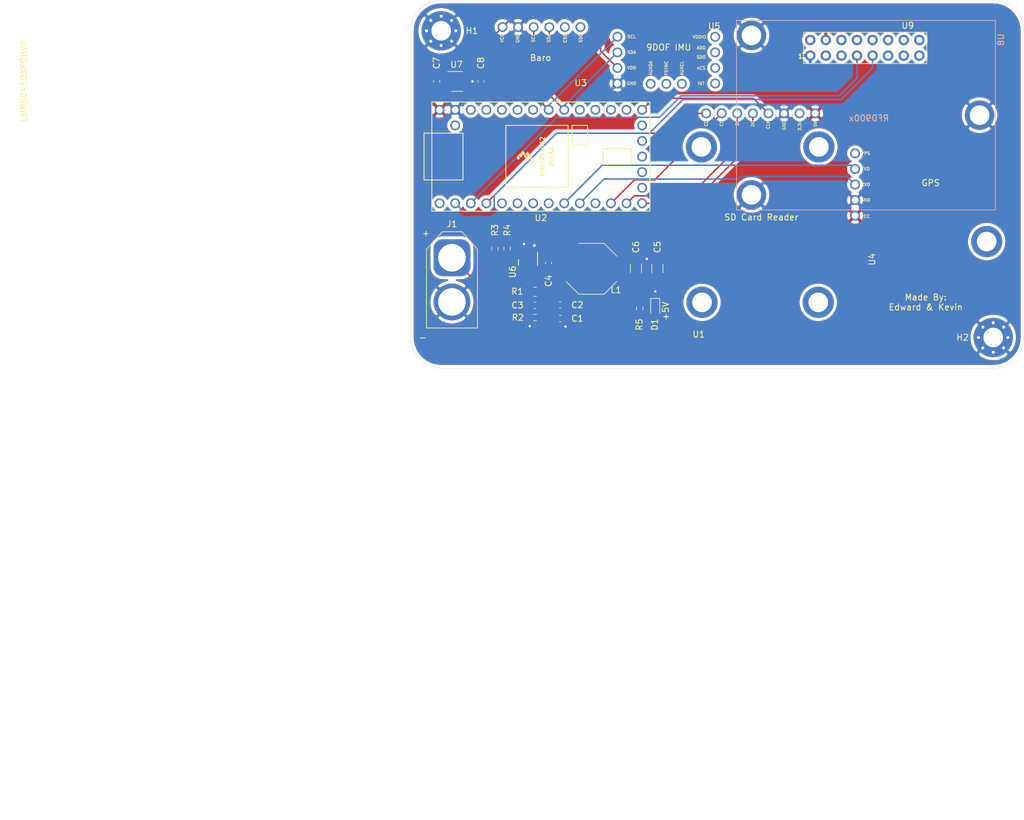
<source format=kicad_pcb>
(kicad_pcb (version 20171130) (host pcbnew 5.0.2+dfsg1-1)
  (layers (0 F.Cu signal) (31 B.Cu signal) (34 B.Paste user) (35 F.Paste user) (36 B.SilkS user) (37 F.SilkS user) (38 B.Mask user) (39 F.Mask user) (44 Edge.Cuts user))
  (net 0 "")
  (net 1 GND)
  (net 2 VCC)
  (net 3 /battery_power_supply/CB)
  (net 4 /battery_power_supply/SW)
  (net 5 +5V)
  (net 6 +3V3)
  (net 7 /battery_power_supply/EN)
  (net 8 /battery_power_supply/FB)
  (net 9 /CS)
  (net 10 /CD)
  (net 11 /MISO)
  (net 12 /MOSI)
  (net 13 /SCK)
  (net 14 "Net-(U2-Pad17)")
  (net 15 "Net-(U2-Pad18)")
  (net 16 "Net-(U2-Pad19)")
  (net 17 "Net-(U2-Pad16)")
  (net 18 "Net-(U2-Pad15)")
  (net 19 "Net-(U2-Pad21)")
  (net 20 "Net-(U2-Pad22)")
  (net 21 "Net-(U2-Pad23)")
  (net 22 "Net-(U2-Pad24)")
  (net 23 /SDA0)
  (net 24 /SCL0)
  (net 25 "Net-(U2-Pad27)")
  (net 26 "Net-(U2-Pad28)")
  (net 27 "Net-(U2-Pad29)")
  (net 28 "Net-(U2-Pad30)")
  (net 29 "Net-(U2-Pad31)")
  (net 30 "Net-(U2-Pad34)")
  (net 31 "Net-(U2-Pad11)")
  (net 32 "Net-(U2-Pad8)")
  (net 33 "Net-(U2-Pad7)")
  (net 34 "Net-(U2-Pad6)")
  (net 35 "Net-(U2-Pad5)")
  (net 36 /TX1)
  (net 37 /RX1)
  (net 38 "Net-(U2-Pad1)")
  (net 39 "Net-(U3-Pad5)")
  (net 40 "Net-(U3-Pad6)")
  (net 41 "Net-(U4-Pad1)")
  (net 42 "Net-(U5-Pad5)")
  (net 43 "Net-(U5-Pad6)")
  (net 44 "Net-(U5-Pad7)")
  (net 45 "Net-(U5-Pad8)")
  (net 46 "Net-(U5-Pad9)")
  (net 47 "Net-(U5-Pad10)")
  (net 48 "Net-(U5-Pad11)")
  (net 49 "Net-(U7-Pad4)")
  (net 50 "Net-(U1-Pad2)")
  (net 51 "Net-(D1-Pad2)")
  (net 52 /TX2)
  (net 53 /RX2)
  (net 54 "Net-(U9-Pad2)")
  (net 55 "Net-(U9-Pad11)")
  (net 56 "Net-(U9-Pad13)")
  (net 57 "Net-(U9-Pad3)")
  (net 58 "Net-(U9-Pad6)")
  (net 59 "Net-(U9-Pad10)")
  (net 60 "Net-(U9-Pad14)")
  (net 61 "Net-(U9-Pad15)")
  (net 62 "Net-(U9-Pad16)")
  (net 63 "Net-(U9-Pad8)")
  (net 64 "Net-(U9-Pad12)")
  (net 65 "Net-(U9-Pad5)")
  (module myFootprints:Teensy40 (layer F.Cu) (at 56.25 60.5)
    (fp_text reference U2 (at 0 10) (layer F.SilkS))
    (fp_text value Teensy4.0)
    (fp_poly (pts (xy -3.937 0.127) (xy -3.683 -0.127) (xy -3.429 0.254) (xy -3.683 0.508)) (layer F.SilkS) (width 0.1))
    (fp_poly (pts (xy -3.556 -0.254) (xy -3.302 -0.508) (xy -3.048 -0.127) (xy -3.302 0.127)) (layer F.SilkS) (width 0.1))
    (fp_poly (pts (xy -1.651 0.508) (xy -1.397 0.254) (xy -1.143 0.635) (xy -1.397 0.889)) (layer F.SilkS) (width 0.1))
    (fp_poly (pts (xy -2.032 0) (xy -1.778 -0.254) (xy -1.524 0.127) (xy -1.778 0.381)) (layer F.SilkS) (width 0.1))
    (fp_poly (pts (xy -2.413 -0.508) (xy -2.159 -0.762) (xy -1.905 -0.381) (xy -2.159 -0.127)) (layer F.SilkS) (width 0.1))
    (fp_poly (pts (xy -2.413 0.381) (xy -2.159 0.127) (xy -1.905 0.508) (xy -2.159 0.762)) (layer F.SilkS) (width 0.1))
    (fp_poly (pts (xy -2.794 -0.127) (xy -2.54 -0.381) (xy -2.286 0) (xy -2.54 0.254)) (layer F.SilkS) (width 0.1))
    (fp_poly (pts (xy -3.175 -0.635) (xy -2.921 -0.889) (xy -2.667 -0.508) (xy -2.921 -0.254)) (layer F.SilkS) (width 0.1))
    (fp_line (start 5.08 -1.905) (end 5.08 -5.08) (layer F.SilkS) (width 0.15))
    (fp_line (start 7.62 -1.905) (end 5.08 -1.905) (layer F.SilkS) (width 0.15))
    (fp_line (start 7.62 -5.08) (end 7.62 -1.905) (layer F.SilkS) (width 0.15))
    (fp_line (start 5.08 -5.08) (end 7.62 -5.08) (layer F.SilkS) (width 0.15))
    (fp_line (start -17.78 8.89) (end -17.78 -8.89) (layer F.SilkS) (width 0.15))
    (fp_line (start 17.78 8.89) (end -17.78 8.89) (layer F.SilkS) (width 0.15))
    (fp_line (start 17.78 -8.89) (end 17.78 8.89) (layer F.SilkS) (width 0.15))
    (fp_line (start -17.78 -8.89) (end 17.78 -8.89) (layer F.SilkS) (width 0.15))
    (fp_line (start 4.445 5.08) (end -5.715 5.08) (layer F.SilkS) (width 0.15))
    (fp_line (start 4.445 -5.08) (end -5.715 -5.08) (layer F.SilkS) (width 0.15))
    (fp_line (start -5.715 -5.08) (end -5.715 5.08) (layer F.SilkS) (width 0.15))
    (fp_line (start 4.445 5.08) (end 4.445 -5.08) (layer F.SilkS) (width 0.15))
    (fp_line (start 10.16 -1.27) (end 14.732 -1.27) (layer F.SilkS) (width 0.15))
    (fp_line (start 10.16 1.27) (end 10.16 -1.27) (layer F.SilkS) (width 0.15))
    (fp_line (start 14.732 1.27) (end 10.16 1.27) (layer F.SilkS) (width 0.15))
    (fp_line (start 14.732 -1.27) (end 14.732 1.27) (layer F.SilkS) (width 0.15))
    (fp_line (start -12.7 3.81) (end -17.78 3.81) (layer F.SilkS) (width 0.15))
    (fp_line (start -12.7 -3.81) (end -17.78 -3.81) (layer F.SilkS) (width 0.15))
    (fp_line (start -12.7 3.81) (end -12.7 -3.81) (layer F.SilkS) (width 0.15))
    (fp_line (start -19.05 -3.81) (end -17.78 -3.81) (layer F.SilkS) (width 0.15))
    (fp_line (start -19.05 3.81) (end -19.05 -3.81) (layer F.SilkS) (width 0.15))
    (fp_line (start -17.78 3.81) (end -19.05 3.81) (layer F.SilkS) (width 0.15))
    (fp_text user MIMXRT1062 (at 0.254 0 90) (layer F.SilkS) (effects (font (size 0.7 0.7))))
    (fp_text user DVL6A (at 1.778 0 90) (layer F.SilkS) (effects (font (size 0.7 0.7))))
    (pad 17 thru_hole circle (at 16.51 0) (size 1.6 1.6) (drill 1.1) (layers *.Cu *.Mask) (net 14 "Net-(U2-Pad17)"))
    (pad 18 thru_hole circle (at 16.51 -2.54) (size 1.6 1.6) (drill 1.1) (layers *.Cu *.Mask) (net 15 "Net-(U2-Pad18)"))
    (pad 19 thru_hole circle (at 16.51 -5.08) (size 1.6 1.6) (drill 1.1) (layers *.Cu *.Mask) (net 16 "Net-(U2-Pad19)"))
    (pad 20 thru_hole circle (at 16.51 -7.62) (size 1.6 1.6) (drill 1.1) (layers *.Cu *.Mask) (net 13 /SCK))
    (pad 16 thru_hole circle (at 16.51 2.54) (size 1.6 1.6) (drill 1.1) (layers *.Cu *.Mask) (net 17 "Net-(U2-Pad16)"))
    (pad 15 thru_hole circle (at 16.51 5.08) (size 1.6 1.6) (drill 1.1) (layers *.Cu *.Mask) (net 18 "Net-(U2-Pad15)"))
    (pad 14 thru_hole circle (at 16.51 7.62) (size 1.6 1.6) (drill 1.1) (layers *.Cu *.Mask) (net 11 /MISO))
    (pad 21 thru_hole circle (at 13.97 -7.62) (size 1.6 1.6) (drill 1.1) (layers *.Cu *.Mask) (net 19 "Net-(U2-Pad21)"))
    (pad 22 thru_hole circle (at 11.43 -7.62) (size 1.6 1.6) (drill 1.1) (layers *.Cu *.Mask) (net 20 "Net-(U2-Pad22)"))
    (pad 23 thru_hole circle (at 8.89 -7.62) (size 1.6 1.6) (drill 1.1) (layers *.Cu *.Mask) (net 21 "Net-(U2-Pad23)"))
    (pad 24 thru_hole circle (at 6.35 -7.62) (size 1.6 1.6) (drill 1.1) (layers *.Cu *.Mask) (net 22 "Net-(U2-Pad24)"))
    (pad 25 thru_hole circle (at 3.81 -7.62) (size 1.6 1.6) (drill 1.1) (layers *.Cu *.Mask) (net 23 /SDA0))
    (pad 26 thru_hole circle (at 1.27 -7.62) (size 1.6 1.6) (drill 1.1) (layers *.Cu *.Mask) (net 24 /SCL0))
    (pad 27 thru_hole circle (at -1.27 -7.62) (size 1.6 1.6) (drill 1.1) (layers *.Cu *.Mask) (net 25 "Net-(U2-Pad27)"))
    (pad 28 thru_hole circle (at -3.81 -7.62) (size 1.6 1.6) (drill 1.1) (layers *.Cu *.Mask) (net 26 "Net-(U2-Pad28)"))
    (pad 29 thru_hole circle (at -6.35 -7.62) (size 1.6 1.6) (drill 1.1) (layers *.Cu *.Mask) (net 27 "Net-(U2-Pad29)"))
    (pad 30 thru_hole circle (at -8.89 -7.62) (size 1.6 1.6) (drill 1.1) (layers *.Cu *.Mask) (net 28 "Net-(U2-Pad30)"))
    (pad 31 thru_hole circle (at -11.43 -7.62) (size 1.6 1.6) (drill 1.1) (layers *.Cu *.Mask) (net 29 "Net-(U2-Pad31)"))
    (pad 32 thru_hole circle (at -13.97 -7.62) (size 1.6 1.6) (drill 1.1) (layers *.Cu *.Mask) (net 1 GND))
    (pad 33 thru_hole circle (at -16.51 -7.62) (size 1.6 1.6) (drill 1.1) (layers *.Cu *.Mask) (net 5 +5V))
    (pad 34 thru_hole circle (at -13.97 -5.08) (size 1.6 1.6) (drill 1.1) (layers *.Cu *.Mask) (net 30 "Net-(U2-Pad34)"))
    (pad 13 thru_hole circle (at 13.97 7.62) (size 1.6 1.6) (drill 1.1) (layers *.Cu *.Mask) (net 12 /MOSI))
    (pad 12 thru_hole circle (at 11.43 7.62) (size 1.6 1.6) (drill 1.1) (layers *.Cu *.Mask) (net 9 /CS))
    (pad 11 thru_hole circle (at 8.89 7.62) (size 1.6 1.6) (drill 1.1) (layers *.Cu *.Mask) (net 31 "Net-(U2-Pad11)"))
    (pad 10 thru_hole circle (at 6.35 7.62) (size 1.6 1.6) (drill 1.1) (layers *.Cu *.Mask) (net 52 /TX2))
    (pad 9 thru_hole circle (at 3.81 7.62) (size 1.6 1.6) (drill 1.1) (layers *.Cu *.Mask) (net 53 /RX2))
    (pad 8 thru_hole circle (at 1.27 7.62) (size 1.6 1.6) (drill 1.1) (layers *.Cu *.Mask) (net 32 "Net-(U2-Pad8)"))
    (pad 7 thru_hole circle (at -1.27 7.62) (size 1.6 1.6) (drill 1.1) (layers *.Cu *.Mask) (net 33 "Net-(U2-Pad7)"))
    (pad 6 thru_hole circle (at -3.81 7.62) (size 1.6 1.6) (drill 1.1) (layers *.Cu *.Mask) (net 34 "Net-(U2-Pad6)"))
    (pad 5 thru_hole circle (at -6.35 7.62) (size 1.6 1.6) (drill 1.1) (layers *.Cu *.Mask) (net 35 "Net-(U2-Pad5)"))
    (pad 4 thru_hole circle (at -8.89 7.62) (size 1.6 1.6) (drill 1.1) (layers *.Cu *.Mask) (net 10 /CD))
    (pad 3 thru_hole circle (at -11.43 7.62) (size 1.6 1.6) (drill 1.1) (layers *.Cu *.Mask) (net 36 /TX1))
    (pad 2 thru_hole circle (at -13.97 7.62) (size 1.6 1.6) (drill 1.1) (layers *.Cu *.Mask) (net 37 /RX1))
    (pad 1 thru_hole circle (at -16.51 7.62) (size 1.6 1.6) (drill 1.1) (layers *.Cu *.Mask) (net 38 "Net-(U2-Pad1)"))
  )
  (module myFootprints:RFD900x_Pins (layer F.Cu) (at 109.07 42.74)
    (fp_text reference U9 (at 7 -3.6) (layer F.SilkS))
    (fp_text value RFD900x_Pins)
    (fp_line (start -10 -2.5) (end 10.1 -2.5) (layer F.SilkS) (width 0.12))
    (fp_line (start -10 -2.5) (end -10 2.6) (layer F.SilkS) (width 0.12))
    (fp_line (start -10 2.6) (end 10.1 2.6) (layer F.SilkS) (width 0.12))
    (fp_line (start 10.1 2.6) (end 10.1 -2.5) (layer F.SilkS) (width 0.12))
    (pad 1 thru_hole oval (at -8.9 1.3 90) (size 1.7 1.7) (drill 1) (layers *.Cu *.Mask) (net 1 GND))
    (pad 2 thru_hole oval (at -8.9 -1.24 90) (size 1.7 1.7) (drill 1) (layers *.Cu *.Mask) (net 54 "Net-(U9-Pad2)"))
    (pad 11 thru_hole oval (at 3.8 1.3 90) (size 1.7 1.7) (drill 1) (layers *.Cu *.Mask) (net 55 "Net-(U9-Pad11)"))
    (pad 13 thru_hole oval (at 6.34 1.3 90) (size 1.7 1.7) (drill 1) (layers *.Cu *.Mask) (net 56 "Net-(U9-Pad13)"))
    (pad 3 thru_hole oval (at -6.36 1.3 90) (size 1.7 1.7) (drill 1) (layers *.Cu *.Mask) (net 57 "Net-(U9-Pad3)"))
    (pad 6 thru_hole oval (at -3.82 -1.24 90) (size 1.7 1.7) (drill 1) (layers *.Cu *.Mask) (net 58 "Net-(U9-Pad6)"))
    (pad 10 thru_hole oval (at 1.26 -1.24 90) (size 1.7 1.7) (drill 1) (layers *.Cu *.Mask) (net 59 "Net-(U9-Pad10)"))
    (pad 14 thru_hole oval (at 6.34 -1.24 90) (size 1.7 1.7) (drill 1) (layers *.Cu *.Mask) (net 60 "Net-(U9-Pad14)"))
    (pad 15 thru_hole oval (at 8.88 1.3 90) (size 1.7 1.7) (drill 1) (layers *.Cu *.Mask) (net 61 "Net-(U9-Pad15)"))
    (pad 7 thru_hole oval (at -1.28 1.3 90) (size 1.7 1.7) (drill 1) (layers *.Cu *.Mask) (net 36 /TX1))
    (pad 9 thru_hole oval (at 1.26 1.3 90) (size 1.7 1.7) (drill 1) (layers *.Cu *.Mask) (net 37 /RX1))
    (pad 16 thru_hole oval (at 8.88 -1.24 90) (size 1.7 1.7) (drill 1) (layers *.Cu *.Mask) (net 62 "Net-(U9-Pad16)"))
    (pad 8 thru_hole oval (at -1.28 -1.24 90) (size 1.7 1.7) (drill 1) (layers *.Cu *.Mask) (net 63 "Net-(U9-Pad8)"))
    (pad 12 thru_hole oval (at 3.8 -1.24 90) (size 1.7 1.7) (drill 1) (layers *.Cu *.Mask) (net 64 "Net-(U9-Pad12)"))
    (pad 5 thru_hole oval (at -3.82 1.3 90) (size 1.7 1.7) (drill 1) (layers *.Cu *.Mask) (net 65 "Net-(U9-Pad5)"))
    (pad 4 thru_hole oval (at -6.36 -1.24 90) (size 1.7 1.7) (drill 1) (layers *.Cu *.Mask) (net 5 +5V))
  )
  (module myFootprints:RFD900x_Mech (layer B.Cu) (at 109.25 53.75 90)
    (fp_text reference U8 (at 12.3 22 90) (layer B.SilkS) (effects (justify mirror)))
    (fp_text value RFD900x_Mech)
    (fp_line (start -15.45 21.1) (end 15.45 21.1) (layer B.SilkS) (width 0.12))
    (fp_line (start -15.45 -21.1) (end 15.45 -21.1) (layer B.SilkS) (width 0.12))
    (fp_line (start 15.45 21.1) (end 15.45 -21.1) (layer B.SilkS) (width 0.12))
    (fp_line (start -15.45 21.1) (end -15.45 -21.1) (layer B.SilkS) (width 0.12))
    (pad 1 thru_hole circle (at -13 -18.66 90) (size 4.8 4.8) (drill 3.2) (layers *.Cu *.Mask) (net 1 GND))
    (pad 1 thru_hole circle (at 13 -18.66 90) (size 4.8 4.8) (drill 3.2) (layers *.Cu *.Mask) (net 1 GND))
    (pad 1 thru_hole circle (at 0 18.53 90) (size 4.8 4.8) (drill 3.2) (layers *.Cu *.Mask) (net 1 GND))
  )
  (module MountingHole:MountingHole_3.2mm_M3_Pad_Via (layer F.Cu) (at 130 90)
    (fp_text reference H2 (at -5 0) (layer F.SilkS))
    (fp_text value MountingHole_Pad)
    (pad 1 thru_hole circle (at 1.697056 -1.697056) (size 0.8 0.8) (drill 0.5) (layers *.Cu *.Mask) (net 1 GND))
    (pad 1 thru_hole circle (at 0 -2.4) (size 0.8 0.8) (drill 0.5) (layers *.Cu *.Mask) (net 1 GND))
    (pad 1 thru_hole circle (at -1.697056 -1.697056) (size 0.8 0.8) (drill 0.5) (layers *.Cu *.Mask) (net 1 GND))
    (pad 1 thru_hole circle (at -2.4 0) (size 0.8 0.8) (drill 0.5) (layers *.Cu *.Mask) (net 1 GND))
    (pad 1 thru_hole circle (at -1.697056 1.697056) (size 0.8 0.8) (drill 0.5) (layers *.Cu *.Mask) (net 1 GND))
    (pad 1 thru_hole circle (at 0 2.4) (size 0.8 0.8) (drill 0.5) (layers *.Cu *.Mask) (net 1 GND))
    (pad 1 thru_hole circle (at 1.697056 1.697056) (size 0.8 0.8) (drill 0.5) (layers *.Cu *.Mask) (net 1 GND))
    (pad 1 thru_hole circle (at 2.4 0) (size 0.8 0.8) (drill 0.5) (layers *.Cu *.Mask) (net 1 GND))
    (pad 1 thru_hole circle (at 0 0) (size 6.4 6.4) (drill 3.2) (layers *.Cu *.Mask) (net 1 GND))
  )
  (module MountingHole:MountingHole_3.2mm_M3_Pad_Via (layer F.Cu) (at 40 40)
    (fp_text reference H1 (at 5 0) (layer F.SilkS))
    (fp_text value MountingHole_Pad)
    (pad 1 thru_hole circle (at 1.697056 -1.697056) (size 0.8 0.8) (drill 0.5) (layers *.Cu *.Mask) (net 1 GND))
    (pad 1 thru_hole circle (at 0 -2.4) (size 0.8 0.8) (drill 0.5) (layers *.Cu *.Mask) (net 1 GND))
    (pad 1 thru_hole circle (at -1.697056 -1.697056) (size 0.8 0.8) (drill 0.5) (layers *.Cu *.Mask) (net 1 GND))
    (pad 1 thru_hole circle (at -2.4 0) (size 0.8 0.8) (drill 0.5) (layers *.Cu *.Mask) (net 1 GND))
    (pad 1 thru_hole circle (at -1.697056 1.697056) (size 0.8 0.8) (drill 0.5) (layers *.Cu *.Mask) (net 1 GND))
    (pad 1 thru_hole circle (at 0 2.4) (size 0.8 0.8) (drill 0.5) (layers *.Cu *.Mask) (net 1 GND))
    (pad 1 thru_hole circle (at 1.697056 1.697056) (size 0.8 0.8) (drill 0.5) (layers *.Cu *.Mask) (net 1 GND))
    (pad 1 thru_hole circle (at 2.4 0) (size 0.8 0.8) (drill 0.5) (layers *.Cu *.Mask) (net 1 GND))
    (pad 1 thru_hole circle (at 0 0) (size 6.4 6.4) (drill 3.2) (layers *.Cu *.Mask) (net 1 GND))
  )
  (module Resistor_SMD:R_0603_1608Metric_Pad0.98x0.95mm_HandSolder (layer F.Cu) (at 72.35 85.255 270)
    (fp_text reference R5 (at 2.645 0.05 90) (layer F.SilkS))
    (fp_text value 200)
    (fp_line (start -0.254724 -0.5225) (end 0.254724 -0.5225) (layer F.SilkS) (width 0.12))
    (fp_line (start -0.254724 0.5225) (end 0.254724 0.5225) (layer F.SilkS) (width 0.12))
    (pad 2 smd roundrect (at 0.9125 0 270) (size 0.975 0.95) (layers F.Cu F.Paste F.Mask) (net 51 "Net-(D1-Pad2)"))
    (pad 1 smd roundrect (at -0.9125 0 270) (size 0.975 0.95) (layers F.Cu F.Paste F.Mask) (net 5 +5V))
  )
  (module LED_SMD:LED_0603_1608Metric_Pad1.05x0.95mm_HandSolder (layer F.Cu) (at 74.9 85.3 270)
    (fp_text reference D1 (at 2.6 0.1 90) (layer F.SilkS))
    (fp_text value LED)
    (fp_line (start 0.8 -0.735) (end -1.66 -0.735) (layer F.SilkS) (width 0.12))
    (fp_line (start -1.66 -0.735) (end -1.66 0.735) (layer F.SilkS) (width 0.12))
    (fp_line (start -1.66 0.735) (end 0.8 0.735) (layer F.SilkS) (width 0.12))
    (pad 2 smd roundrect (at 0.875 0 270) (size 1.05 0.95) (layers F.Cu F.Paste F.Mask) (net 51 "Net-(D1-Pad2)"))
    (pad 1 smd roundrect (at -0.875 0 270) (size 1.05 0.95) (layers F.Cu F.Paste F.Mask) (net 1 GND))
  )
  (module myFootprints:RobotDyn_SD_Card_Reader (layer F.Cu) (at 92 69.5 180)
    (fp_text reference U1 (at 10 -20) (layer F.SilkS))
    (fp_text value SD_Card_Reader)
    (fp_text user 3.3V (at -6.47 14 90) (layer F.SilkS) (effects (font (size 0.5 0.5) (thickness 0.1))))
    (fp_text user GND (at -3.9 14.1 90) (layer F.SilkS) (effects (font (size 0.5 0.5) (thickness 0.1))))
    (fp_text user CLK (at -1.3 14.2 90) (layer F.SilkS) (effects (font (size 0.5 0.5) (thickness 0.1))))
    (fp_text user 5V (at -9 14.3 90) (layer F.SilkS) (effects (font (size 0.5 0.5) (thickness 0.1))))
    (fp_text user DI (at 3.73 14.4 90) (layer F.SilkS) (effects (font (size 0.5 0.5) (thickness 0.1))))
    (fp_text user CS (at 6.3 14.4 90) (layer F.SilkS) (effects (font (size 0.5 0.5) (thickness 0.1))))
    (fp_text user CD (at 8.8 14.4 90) (layer F.SilkS) (effects (font (size 0.5 0.5) (thickness 0.1))))
    (fp_text user DO (at 1.19 14.4 90) (layer F.SilkS) (effects (font (size 0.5 0.5) (thickness 0.1))))
    (pad 2 thru_hole circle (at -6.435 16.04 180) (size 1.6 1.6) (drill 1.1) (layers *.Cu *.Mask) (net 50 "Net-(U1-Pad2)"))
    (pad 1 thru_hole circle (at -8.975 16.04 180) (size 1.6 1.6) (drill 1.1) (layers *.Cu *.Mask) (net 5 +5V))
    (pad 4 thru_hole circle (at -1.355 16.04 180) (size 1.6 1.6) (drill 1.1) (layers *.Cu *.Mask) (net 13 /SCK))
    (pad 3 thru_hole circle (at -3.895 16.04 180) (size 1.6 1.6) (drill 1.1) (layers *.Cu *.Mask) (net 1 GND))
    (pad 6 thru_hole circle (at 3.725 16.04 180) (size 1.6 1.6) (drill 1.1) (layers *.Cu *.Mask) (net 12 /MOSI))
    (pad 5 thru_hole circle (at 1.185 16.04 180) (size 1.6 1.6) (drill 1.1) (layers *.Cu *.Mask) (net 11 /MISO))
    (pad 8 thru_hole circle (at 8.805 16.04 180) (size 1.6 1.6) (drill 1.1) (layers *.Cu *.Mask) (net 10 /CD))
    (pad 7 thru_hole circle (at 6.265 16.04 180) (size 1.6 1.6) (drill 1.1) (layers *.Cu *.Mask) (net 9 /CS))
    (pad 9 thru_hole circle (at -9.475 -14.77 180) (size 5.08 5.08) (drill 3.2) (layers *.Cu *.Mask))
    (pad 10 thru_hole circle (at 9.475 -14.77 180) (size 5.08 5.08) (drill 3.2) (layers *.Cu *.Mask))
    (pad 11 thru_hole circle (at -9.575 10.57 180) (size 5.08 5.08) (drill 3.2) (layers *.Cu *.Mask))
    (pad 12 thru_hole circle (at 9.575 10.57 180) (size 5.08 5.08) (drill 3.2) (layers *.Cu *.Mask))
  )
  (module Capacitor_SMD:C_0603_1608Metric_Pad1.08x0.95mm_HandSolder (layer F.Cu) (at 59.4 86.9)
    (fp_text reference C1 (at 2.8 0) (layer F.SilkS))
    (fp_text value 10u)
    (fp_line (start -0.146267 -0.51) (end 0.146267 -0.51) (layer F.SilkS) (width 0.12))
    (fp_line (start -0.146267 0.51) (end 0.146267 0.51) (layer F.SilkS) (width 0.12))
    (pad 2 smd roundrect (at 0.8625 0) (size 1.075 0.95) (layers F.Cu F.Paste F.Mask) (net 1 GND))
    (pad 1 smd roundrect (at -0.8625 0) (size 1.075 0.95) (layers F.Cu F.Paste F.Mask) (net 2 VCC))
  )
  (module Capacitor_SMD:C_0603_1608Metric_Pad1.08x0.95mm_HandSolder (layer F.Cu) (at 59.4 84.7)
    (fp_text reference C2 (at 2.8 0) (layer F.SilkS))
    (fp_text value 10u)
    (fp_line (start -0.146267 0.51) (end 0.146267 0.51) (layer F.SilkS) (width 0.12))
    (fp_line (start -0.146267 -0.51) (end 0.146267 -0.51) (layer F.SilkS) (width 0.12))
    (pad 1 smd roundrect (at -0.8625 0) (size 1.075 0.95) (layers F.Cu F.Paste F.Mask) (net 2 VCC))
    (pad 2 smd roundrect (at 0.8625 0) (size 1.075 0.95) (layers F.Cu F.Paste F.Mask) (net 1 GND))
  )
  (module Capacitor_SMD:C_0603_1608Metric_Pad1.08x0.95mm_HandSolder (layer F.Cu) (at 55.3 84.75 180)
    (fp_text reference C3 (at 2.85 0) (layer F.SilkS))
    (fp_text value 100n)
    (fp_line (start -0.146267 0.51) (end 0.146267 0.51) (layer F.SilkS) (width 0.12))
    (fp_line (start -0.146267 -0.51) (end 0.146267 -0.51) (layer F.SilkS) (width 0.12))
    (pad 1 smd roundrect (at -0.8625 0 180) (size 1.075 0.95) (layers F.Cu F.Paste F.Mask) (net 2 VCC))
    (pad 2 smd roundrect (at 0.8625 0 180) (size 1.075 0.95) (layers F.Cu F.Paste F.Mask) (net 1 GND))
  )
  (module Capacitor_SMD:C_0603_1608Metric_Pad1.08x0.95mm_HandSolder (layer F.Cu) (at 57.5 77.8625 90)
    (fp_text reference C4 (at -2.9 0 90) (layer F.SilkS))
    (fp_text value 100n)
    (fp_line (start -0.146267 -0.51) (end 0.146267 -0.51) (layer F.SilkS) (width 0.12))
    (fp_line (start -0.146267 0.51) (end 0.146267 0.51) (layer F.SilkS) (width 0.12))
    (pad 2 smd roundrect (at 0.8625 0 90) (size 1.075 0.95) (layers F.Cu F.Paste F.Mask) (net 3 /battery_power_supply/CB))
    (pad 1 smd roundrect (at -0.8625 0 90) (size 1.075 0.95) (layers F.Cu F.Paste F.Mask) (net 4 /battery_power_supply/SW))
  )
  (module Capacitor_SMD:C_1206_3216Metric_Pad1.33x1.80mm_HandSolder (layer F.Cu) (at 75.25 78.75 90)
    (fp_text reference C5 (at 3.5 0 90) (layer F.SilkS))
    (fp_text value 10u)
    (fp_line (start -0.711252 0.91) (end 0.711252 0.91) (layer F.SilkS) (width 0.12))
    (fp_line (start -0.711252 -0.91) (end 0.711252 -0.91) (layer F.SilkS) (width 0.12))
    (pad 1 smd roundrect (at -1.5625 0 90) (size 1.325 1.8) (layers F.Cu F.Paste F.Mask) (roundrect_rratio 0.1886769811320755) (net 5 +5V))
    (pad 2 smd roundrect (at 1.5625 0 90) (size 1.325 1.8) (layers F.Cu F.Paste F.Mask) (roundrect_rratio 0.1886769811320755) (net 1 GND))
  )
  (module Capacitor_SMD:C_1206_3216Metric_Pad1.33x1.80mm_HandSolder (layer F.Cu) (at 71.75 78.75 90)
    (fp_text reference C6 (at 3.5 0 90) (layer F.SilkS))
    (fp_text value 10u)
    (fp_line (start -0.711252 -0.91) (end 0.711252 -0.91) (layer F.SilkS) (width 0.12))
    (fp_line (start -0.711252 0.91) (end 0.711252 0.91) (layer F.SilkS) (width 0.12))
    (pad 2 smd roundrect (at 1.5625 0 90) (size 1.325 1.8) (layers F.Cu F.Paste F.Mask) (roundrect_rratio 0.1886769811320755) (net 1 GND))
    (pad 1 smd roundrect (at -1.5625 0 90) (size 1.325 1.8) (layers F.Cu F.Paste F.Mask) (roundrect_rratio 0.1886769811320755) (net 5 +5V))
  )
  (module Capacitor_SMD:C_0603_1608Metric_Pad1.08x0.95mm_HandSolder (layer F.Cu) (at 39.25 48.25 270)
    (fp_text reference C7 (at -3 0 90) (layer F.SilkS))
    (fp_text value 1u)
    (fp_line (start -0.146267 0.51) (end 0.146267 0.51) (layer F.SilkS) (width 0.12))
    (fp_line (start -0.146267 -0.51) (end 0.146267 -0.51) (layer F.SilkS) (width 0.12))
    (pad 1 smd roundrect (at -0.8625 0 270) (size 1.075 0.95) (layers F.Cu F.Paste F.Mask) (net 5 +5V))
    (pad 2 smd roundrect (at 0.8625 0 270) (size 1.075 0.95) (layers F.Cu F.Paste F.Mask) (net 1 GND))
  )
  (module Capacitor_SMD:C_0603_1608Metric_Pad1.08x0.95mm_HandSolder (layer F.Cu) (at 46.5 48.25 270)
    (fp_text reference C8 (at -3 0.0375 90) (layer F.SilkS))
    (fp_text value 1u)
    (fp_line (start -0.146267 -0.51) (end 0.146267 -0.51) (layer F.SilkS) (width 0.12))
    (fp_line (start -0.146267 0.51) (end 0.146267 0.51) (layer F.SilkS) (width 0.12))
    (pad 2 smd roundrect (at 0.8625 0 270) (size 1.075 0.95) (layers F.Cu F.Paste F.Mask) (net 1 GND))
    (pad 1 smd roundrect (at -0.8625 0 270) (size 1.075 0.95) (layers F.Cu F.Paste F.Mask) (net 6 +3V3))
  )
  (module Inductor_SMD:L_Bourns-SRU8043 (layer F.Cu) (at 64.5 78.8)
    (fp_text reference L1 (at 4 3.45) (layer F.SilkS))
    (fp_text value 15u)
    (fp_line (start -2.05 -4.15) (end 2.05 -4.15) (layer F.SilkS) (width 0.12))
    (fp_line (start -2.05 4.15) (end -4.15 2.05) (layer F.SilkS) (width 0.12))
    (fp_line (start 2.05 4.15) (end -2.05 4.15) (layer F.SilkS) (width 0.12))
    (fp_line (start 2.05 4.15) (end 4.15 2.05) (layer F.SilkS) (width 0.12))
    (fp_line (start 2.05 -4.15) (end 4.15 -2.05) (layer F.SilkS) (width 0.12))
    (pad 1 smd rect (at -3.9 0) (size 2 3.2) (layers F.Cu F.Paste F.Mask) (net 4 /battery_power_supply/SW))
    (pad 2 smd rect (at 3.9 0) (size 2 3.2) (layers F.Cu F.Paste F.Mask) (net 5 +5V))
  )
  (module Resistor_SMD:R_0805_2012Metric_Pad1.20x1.40mm_HandSolder (layer F.Cu) (at 55.3 82.55 180)
    (fp_text reference R1 (at 2.9 0.05) (layer F.SilkS))
    (fp_text value 665k)
    (fp_line (start -0.227064 0.735) (end 0.227064 0.735) (layer F.SilkS) (width 0.12))
    (fp_line (start -0.227064 -0.735) (end 0.227064 -0.735) (layer F.SilkS) (width 0.12))
    (pad 1 smd roundrect (at -1 0 180) (size 1.2 1.4) (layers F.Cu F.Paste F.Mask) (roundrect_rratio 0.2083325) (net 2 VCC))
    (pad 2 smd roundrect (at 1 0 180) (size 1.2 1.4) (layers F.Cu F.Paste F.Mask) (roundrect_rratio 0.2083325) (net 7 /battery_power_supply/EN))
  )
  (module Resistor_SMD:R_0603_1608Metric_Pad0.98x0.95mm_HandSolder (layer F.Cu) (at 55.3 86.75 180)
    (fp_text reference R2 (at 2.8 0) (layer F.SilkS))
    (fp_text value 200k)
    (fp_line (start -0.254724 0.5225) (end 0.254724 0.5225) (layer F.SilkS) (width 0.12))
    (fp_line (start -0.254724 -0.5225) (end 0.254724 -0.5225) (layer F.SilkS) (width 0.12))
    (pad 1 smd roundrect (at -0.9125 0 180) (size 0.975 0.95) (layers F.Cu F.Paste F.Mask) (net 2 VCC))
    (pad 2 smd roundrect (at 0.9125 0 180) (size 0.975 0.95) (layers F.Cu F.Paste F.Mask) (net 1 GND))
  )
  (module Resistor_SMD:R_0603_1608Metric_Pad0.98x0.95mm_HandSolder (layer F.Cu) (at 48.75 75.5 270)
    (fp_text reference R3 (at -3 0 90) (layer F.SilkS))
    (fp_text value 88.7k)
    (fp_line (start -0.254724 0.5225) (end 0.254724 0.5225) (layer F.SilkS) (width 0.12))
    (fp_line (start -0.254724 -0.5225) (end 0.254724 -0.5225) (layer F.SilkS) (width 0.12))
    (pad 1 smd roundrect (at -0.9125 0 270) (size 0.975 0.95) (layers F.Cu F.Paste F.Mask) (net 5 +5V))
    (pad 2 smd roundrect (at 0.9125 0 270) (size 0.975 0.95) (layers F.Cu F.Paste F.Mask) (net 8 /battery_power_supply/FB))
  )
  (module Resistor_SMD:R_0603_1608Metric_Pad0.98x0.95mm_HandSolder (layer F.Cu) (at 50.75 75.5 90)
    (fp_text reference R4 (at 3 0 90) (layer F.SilkS))
    (fp_text value 22.1k)
    (fp_line (start -0.254724 -0.5225) (end 0.254724 -0.5225) (layer F.SilkS) (width 0.12))
    (fp_line (start -0.254724 0.5225) (end 0.254724 0.5225) (layer F.SilkS) (width 0.12))
    (pad 2 smd roundrect (at 0.9125 0 90) (size 0.975 0.95) (layers F.Cu F.Paste F.Mask) (net 1 GND))
    (pad 1 smd roundrect (at -0.9125 0 90) (size 0.975 0.95) (layers F.Cu F.Paste F.Mask) (net 8 /battery_power_supply/FB))
  )
  (module myFootprints:GY-BMP280 (layer F.Cu) (at 56.5 43.75)
    (fp_text reference U3 (at 6.25 4.75) (layer F.SilkS))
    (fp_text value GY-BMP280)
    (fp_text user VCC (at -6.57 -2.55 90) (layer F.SilkS) (effects (font (size 0.5 0.5) (thickness 0.1))))
    (fp_text user SDA (at 1.05 -2.55 90) (layer F.SilkS) (effects (font (size 0.5 0.5) (thickness 0.1))))
    (fp_text user GND (at -4.03 -2.55 90) (layer F.SilkS) (effects (font (size 0.5 0.5) (thickness 0.1))))
    (fp_text user SCL (at -1.49 -2.55 90) (layer F.SilkS) (effects (font (size 0.5 0.5) (thickness 0.1))))
    (fp_text user CSB (at 3.71 -2.55 90) (layer F.SilkS) (effects (font (size 0.5 0.5) (thickness 0.1))))
    (fp_text user SD0 (at 6.25 -2.55 90) (layer F.SilkS) (effects (font (size 0.5 0.5) (thickness 0.1))))
    (pad 1 thru_hole circle (at -6.5 -4.36) (size 1.6 1.6) (drill 1.1) (layers *.Cu *.Mask) (net 6 +3V3))
    (pad 2 thru_hole circle (at -3.96 -4.36) (size 1.6 1.6) (drill 1.1) (layers *.Cu *.Mask) (net 1 GND))
    (pad 3 thru_hole circle (at -1.42 -4.36) (size 1.6 1.6) (drill 1.1) (layers *.Cu *.Mask) (net 24 /SCL0))
    (pad 4 thru_hole circle (at 1.12 -4.36) (size 1.6 1.6) (drill 1.1) (layers *.Cu *.Mask) (net 23 /SDA0))
    (pad 5 thru_hole circle (at 3.66 -4.36) (size 1.6 1.6) (drill 1.1) (layers *.Cu *.Mask) (net 39 "Net-(U3-Pad5)"))
    (pad 6 thru_hole circle (at 6.2 -4.36) (size 1.6 1.6) (drill 1.1) (layers *.Cu *.Mask) (net 40 "Net-(U3-Pad6)"))
  )
  (module myFootprints:TinyGPS++ (layer F.Cu) (at 119.25 65.25 270)
    (fp_text reference U4 (at 12 9 90) (layer F.SilkS))
    (fp_text value TinyGPS++)
    (fp_text user GND (at 2.34 10.06) (layer F.SilkS) (effects (font (size 0.5 0.5) (thickness 0.1))))
    (fp_text user VCC (at 5 10.06) (layer F.SilkS) (effects (font (size 0.5 0.5) (thickness 0.1))))
    (fp_text user RXD (at -0.2 10.06) (layer F.SilkS) (effects (font (size 0.5 0.5) (thickness 0.1))))
    (fp_text user PPS (at -5.28 10.06) (layer F.SilkS) (effects (font (size 0.5 0.5) (thickness 0.1))))
    (fp_text user TXD (at -2.74 10.06) (layer F.SilkS) (effects (font (size 0.5 0.5) (thickness 0.1))))
    (pad 1 thru_hole circle (at -5.27 11.77 270) (size 1.6 1.6) (drill 1.1) (layers *.Cu *.Mask) (net 41 "Net-(U4-Pad1)"))
    (pad 4 thru_hole circle (at 2.35 11.77 270) (size 1.6 1.6) (drill 1.1) (layers *.Cu *.Mask) (net 1 GND))
    (pad 2 thru_hole circle (at -2.73 11.77 270) (size 1.6 1.6) (drill 1.1) (layers *.Cu *.Mask) (net 53 /RX2))
    (pad 3 thru_hole circle (at -0.19 11.77 270) (size 1.6 1.6) (drill 1.1) (layers *.Cu *.Mask) (net 52 /TX2))
    (pad 5 thru_hole circle (at 4.89 11.77 270) (size 1.6 1.6) (drill 1.1) (layers *.Cu *.Mask) (net 5 +5V))
    (pad 6 thru_hole circle (at 9.11 -9.69 270) (size 5.08 5.08) (drill 3.2) (layers *.Cu *.Mask))
  )
  (module myFootprints:MPU9250 (layer F.Cu) (at 77 44.5 90)
    (fp_text reference U5 (at 5.25 7.5 180) (layer F.SilkS))
    (fp_text value MPU9250_custom)
    (fp_text user SCL (at 3.55 -5.95) (layer F.SilkS) (effects (font (size 0.5 0.5) (thickness 0.1))))
    (fp_text user SDA (at 1.01 -5.95) (layer F.SilkS) (effects (font (size 0.5 0.5) (thickness 0.1))))
    (fp_text user VDD (at -1.53 -5.95) (layer F.SilkS) (effects (font (size 0.5 0.5) (thickness 0.1))))
    (fp_text user GND (at -4.07 -5.95) (layer F.SilkS) (effects (font (size 0.5 0.5) (thickness 0.1))))
    (fp_text user AUXDA (at -1.6 -2.84 90) (layer F.SilkS) (effects (font (size 0.5 0.5) (thickness 0.1))))
    (fp_text user FSYNC (at -1.6 -0.3 90) (layer F.SilkS) (effects (font (size 0.5 0.5) (thickness 0.1))))
    (fp_text user AUXCL (at -1.6 2.24 90) (layer F.SilkS) (effects (font (size 0.5 0.5) (thickness 0.1))))
    (fp_text user INT (at -4.11 5.38) (layer F.SilkS) (effects (font (size 0.5 0.5) (thickness 0.1))))
    (fp_text user nCS (at -1.57 5.38) (layer F.SilkS) (effects (font (size 0.5 0.5) (thickness 0.1))))
    (fp_text user ADO (at 1.732 5.38) (layer F.SilkS) (effects (font (size 0.5 0.5) (thickness 0.1))))
    (fp_text user SDO (at 0.208 5.38) (layer F.SilkS) (effects (font (size 0.5 0.5) (thickness 0.1))))
    (fp_text user VDDIO (at 3.5 5.1) (layer F.SilkS) (effects (font (size 0.5 0.5) (thickness 0.1))))
    (pad 1 thru_hole circle (at 3.53 -8.27 90) (size 1.6 1.6) (drill 1.1) (layers *.Cu *.Mask) (net 24 /SCL0))
    (pad 2 thru_hole circle (at 0.99 -8.27 90) (size 1.6 1.6) (drill 1.1) (layers *.Cu *.Mask) (net 23 /SDA0))
    (pad 3 thru_hole circle (at -1.55 -8.27 90) (size 1.6 1.6) (drill 1.1) (layers *.Cu *.Mask) (net 6 +3V3))
    (pad 4 thru_hole circle (at -4.09 -8.27 90) (size 1.6 1.6) (drill 1.1) (layers *.Cu *.Mask) (net 1 GND))
    (pad 5 thru_hole circle (at 3.53 7.67 90) (size 1.6 1.6) (drill 1.1) (layers *.Cu *.Mask) (net 42 "Net-(U5-Pad5)"))
    (pad 6 thru_hole circle (at 0.99 7.67 90) (size 1.6 1.6) (drill 1.1) (layers *.Cu *.Mask) (net 43 "Net-(U5-Pad6)"))
    (pad 7 thru_hole circle (at -1.55 7.67 90) (size 1.6 1.6) (drill 1.1) (layers *.Cu *.Mask) (net 44 "Net-(U5-Pad7)"))
    (pad 8 thru_hole circle (at -4.09 7.67 90) (size 1.6 1.6) (drill 1.1) (layers *.Cu *.Mask) (net 45 "Net-(U5-Pad8)"))
    (pad 9 thru_hole circle (at -4.14 -2.84 90) (size 1.6 1.6) (drill 1.1) (layers *.Cu *.Mask) (net 46 "Net-(U5-Pad9)"))
    (pad 10 thru_hole circle (at -4.14 -0.3 90) (size 1.6 1.6) (drill 1.1) (layers *.Cu *.Mask) (net 47 "Net-(U5-Pad10)"))
    (pad 11 thru_hole circle (at -4.14 2.24 90) (size 1.6 1.6) (drill 1.1) (layers *.Cu *.Mask) (net 48 "Net-(U5-Pad11)"))
  )
  (module myFootprints:LMR50410XFDBVR (layer F.Cu) (at 54.15 77.75 270)
    (fp_text reference U6 (at 1.55 2.5 90) (layer F.SilkS))
    (fp_text value LMR50410XFDBVR (at -29.6 82.2 90) (layer F.SilkS))
    (fp_line (start -0.475 1.549999) (end 0.499999 1.549999) (layer F.SilkS) (width 0.1524))
    (fp_line (start -1.675 -1.549999) (end 0.499999 -1.549999) (layer F.SilkS) (width 0.1524))
    (fp_text user * (at -2.75 -1.35 90) (layer F.SilkS))
    (pad 1 smd rect (at -1.375001 -0.950001) (size 0.599999 1.000001) (layers F.Cu F.Paste F.Mask) (net 3 /battery_power_supply/CB))
    (pad 2 smd rect (at -1.375001 0) (size 0.599999 1.000001) (layers F.Cu F.Paste F.Mask) (net 1 GND))
    (pad 3 smd rect (at -1.375001 0.949998) (size 0.599999 1.000001) (layers F.Cu F.Paste F.Mask) (net 8 /battery_power_supply/FB))
    (pad 4 smd rect (at 1.374999 0.949998) (size 0.599999 1.000001) (layers F.Cu F.Paste F.Mask) (net 7 /battery_power_supply/EN))
    (pad 5 smd rect (at 1.374999 0) (size 0.599999 1.000001) (layers F.Cu F.Paste F.Mask) (net 2 VCC))
    (pad 6 smd rect (at 1.374999 -0.950001) (size 0.599999 1.000001) (layers F.Cu F.Paste F.Mask) (net 4 /battery_power_supply/SW))
  )
  (module Package_TO_SOT_SMD:SOT-23-5 (layer F.Cu) (at 42.6 48.25)
    (fp_text reference U7 (at -0.1 -2.75 180) (layer F.SilkS))
    (fp_text value MIC5504-3.3YM5)
    (fp_line (start 0.9 -1.61) (end -1.55 -1.61) (layer F.SilkS) (width 0.12))
    (fp_line (start -0.9 1.61) (end 0.9 1.61) (layer F.SilkS) (width 0.12))
    (pad 1 smd rect (at -1.1 -0.95) (size 1.06 0.65) (layers F.Cu F.Paste F.Mask) (net 5 +5V))
    (pad 2 smd rect (at -1.1 0) (size 1.06 0.65) (layers F.Cu F.Paste F.Mask) (net 1 GND))
    (pad 3 smd rect (at -1.1 0.95) (size 1.06 0.65) (layers F.Cu F.Paste F.Mask) (net 5 +5V))
    (pad 4 smd rect (at 1.1 0.95) (size 1.06 0.65) (layers F.Cu F.Paste F.Mask) (net 49 "Net-(U7-Pad4)"))
    (pad 5 smd rect (at 1.1 -0.95) (size 1.06 0.65) (layers F.Cu F.Paste F.Mask) (net 6 +3V3))
  )
  (module Connector_AMASS:AMASS_XT60-M_1x02_P7.20mm_Vertical (layer F.Cu) (at 41.75 77 270)
    (fp_text reference J1 (at -5.5 0) (layer F.SilkS))
    (fp_text value BATTERY_IN)
    (fp_line (start 11.45 -4.15) (end -1.4 -4.15) (layer F.SilkS) (width 0.12))
    (fp_line (start -4.25 -1.6) (end -4.25 1.55) (layer F.SilkS) (width 0.12))
    (fp_line (start -1.4 4.15) (end 11.45 4.15) (layer F.SilkS) (width 0.12))
    (fp_line (start 11.45 4.15) (end 11.45 -4.15) (layer F.SilkS) (width 0.12))
    (fp_line (start -1.4 -4.15) (end -4.25 -1.6) (layer F.SilkS) (width 0.12))
    (fp_line (start -4.25 1.55) (end -1.4 4.15) (layer F.SilkS) (width 0.12))
    (pad 2 thru_hole circle (at 7.2 0 270) (size 6 6) (drill 4.5) (layers *.Cu *.Mask) (net 1 GND))
    (pad 1 thru_hole roundrect (at 0 0 270) (size 6 6) (drill 4.5) (layers *.Cu *.Mask) (net 2 VCC))
  )
  (gr_text 1 (at 98.55 44.15) (layer F.SilkS) (effects (font (size 0.75 0.75))))
  (gr_text "RFD900x\n" (at 109.75 54.25) (layer B.SilkS) (effects (font (size 1 1)) (justify mirror)))
  (gr_text "Made By:\nEdward & Kevin\n" (at 119 84.25) (layer F.SilkS) (effects (font (size 1 1))))
  (gr_text Baro (at 56.2 44.4) (layer F.SilkS) (effects (font (size 1 1))))
  (gr_text "9DOF IMU\n" (at 77.1 42.7) (layer F.SilkS) (effects (font (size 1 1))))
  (gr_text GPS (at 119.8 64.8) (layer F.SilkS) (effects (font (size 1 1))))
  (gr_text "SD Card Reader" (at 92.2 70.4) (layer F.SilkS) (effects (font (size 1 1))))
  (gr_text +5V (at 76.6 85.7 90) (layer F.SilkS) (effects (font (size 1 1))))
  (gr_arc (start 130 90) (end 130 95) (angle -90) (layer Edge.Cuts) (width 0.05))
  (gr_arc (start 40 90) (end 35 90) (angle -90) (layer Edge.Cuts) (width 0.05))
  (gr_arc (start 40 40) (end 40 35) (angle -90) (layer Edge.Cuts) (width 0.05))
  (gr_arc (start 130 40) (end 135 40) (angle -90) (layer Edge.Cuts) (width 0.05))
  (gr_line (start 35 90) (end 35 40) (layer Edge.Cuts) (width 0.05))
  (gr_line (start 130 95) (end 40 95) (layer Edge.Cuts) (width 0.05))
  (gr_line (start 135 40) (end 135 90) (layer Edge.Cuts) (width 0.05))
  (gr_line (start 40 35) (end 130 35) (layer Edge.Cuts) (width 0.05))
  (gr_text "-\n" (at 37 90) (layer F.SilkS) (effects (font (size 1 1))))
  (gr_text + (at 37.5 73) (layer F.SilkS) (effects (font (size 1 1))))
  (segment (start 54.15 76.374999) (end 54.15 75.4) (width 0.25) (layer F.Cu) (net 1))
  (via (at 53.5 74.75) (size 0.8) (drill 0.4) (layers F.Cu B.Cu) (net 1))
  (segment (start 54.15 75.4) (end 53.5 74.75) (width 0.25) (layer F.Cu) (net 1))
  (segment (start 53.3375 74.5875) (end 53.5 74.75) (width 0.25) (layer F.Cu) (net 1))
  (segment (start 50.75 74.5875) (end 53.3375 74.5875) (width 0.25) (layer F.Cu) (net 1))
  (via (at 54.437492 88.162508) (size 0.8) (drill 0.4) (layers F.Cu B.Cu) (net 1))
  (segment (start 54.4375 88.1625) (end 54.437492 88.162508) (width 0.25) (layer F.Cu) (net 1))
  (segment (start 54.4375 84.75) (end 54.4375 88.1625) (width 0.25) (layer F.Cu) (net 1))
  (via (at 60.262498 88.212498) (size 0.8) (drill 0.4) (layers F.Cu B.Cu) (net 1))
  (segment (start 60.262501 88.212495) (end 60.262498 88.212498) (width 0.25) (layer F.Cu) (net 1))
  (segment (start 60.2625 84.7) (end 60.262501 88.212495) (width 0.25) (layer F.Cu) (net 1))
  (via (at 73.512496 77.1875) (size 0.8) (drill 0.4) (layers F.Cu B.Cu) (net 1))
  (segment (start 75.25 77.1875) (end 73.512496 77.1875) (width 0.25) (layer F.Cu) (net 1))
  (segment (start 71.75 77.1875) (end 73.512496 77.1875) (width 0.25) (layer F.Cu) (net 1))
  (segment (start 40.1125 48.25) (end 41.5 48.25) (width 0.25) (layer F.Cu) (net 1))
  (segment (start 39.25 49.1125) (end 40.1125 48.25) (width 0.25) (layer F.Cu) (net 1))
  (segment (start 46.5 49.1125) (end 45.962518 49.1125) (width 0.25) (layer F.Cu) (net 1))
  (via (at 45.100018 48.25) (size 0.8) (drill 0.4) (layers F.Cu B.Cu) (net 1))
  (segment (start 45.962518 49.1125) (end 45.100018 48.25) (width 0.25) (layer F.Cu) (net 1))
  (segment (start 41.5 48.25) (end 45.100018 48.25) (width 0.25) (layer F.Cu) (net 1))
  (via (at 74.9 82.5) (size 0.8) (drill 0.4) (layers F.Cu B.Cu) (net 1))
  (segment (start 74.9 84.425) (end 74.9 82.5) (width 0.25) (layer F.Cu) (net 1))
  (segment (start 56.3 82.3) (end 56.3 82.55) (width 0.25) (layer F.Cu) (net 2))
  (segment (start 54.15 79.124999) (end 54.15 80.15) (width 0.25) (layer F.Cu) (net 2))
  (segment (start 54.15 80.15) (end 56.3 82.3) (width 0.25) (layer F.Cu) (net 2))
  (segment (start 55.1 83.75) (end 56.3 82.55) (width 0.25) (layer F.Cu) (net 2))
  (segment (start 41.75 77) (end 48.5 83.75) (width 0.25) (layer F.Cu) (net 2))
  (segment (start 48.5 83.75) (end 55.1 83.75) (width 0.25) (layer F.Cu) (net 2))
  (segment (start 56.3 84.6125) (end 56.1625 84.75) (width 0.25) (layer F.Cu) (net 2))
  (segment (start 56.3 82.55) (end 56.3 84.6125) (width 0.25) (layer F.Cu) (net 2))
  (segment (start 56.1625 86.7) (end 56.2125 86.75) (width 0.25) (layer F.Cu) (net 2))
  (segment (start 56.1625 84.75) (end 56.1625 86.7) (width 0.25) (layer F.Cu) (net 2))
  (segment (start 58.4875 84.75) (end 58.5375 84.7) (width 0.25) (layer F.Cu) (net 2))
  (segment (start 56.1625 84.75) (end 58.4875 84.75) (width 0.25) (layer F.Cu) (net 2))
  (segment (start 58.3875 86.75) (end 58.5375 86.9) (width 0.25) (layer F.Cu) (net 2))
  (segment (start 56.2125 86.75) (end 58.3875 86.75) (width 0.25) (layer F.Cu) (net 2))
  (segment (start 56.874999 76.374999) (end 57.5 77) (width 0.25) (layer F.Cu) (net 3))
  (segment (start 55.100001 76.374999) (end 56.874999 76.374999) (width 0.25) (layer F.Cu) (net 3))
  (segment (start 55.100001 79.124999) (end 55.875001 79.124999) (width 0.25) (layer F.Cu) (net 4))
  (segment (start 56.2 78.8) (end 60.6 78.8) (width 0.25) (layer F.Cu) (net 4))
  (segment (start 55.875001 79.124999) (end 56.2 78.8) (width 0.25) (layer F.Cu) (net 4))
  (segment (start 39.25 47.3875) (end 41.4125 47.3875) (width 0.25) (layer F.Cu) (net 5))
  (segment (start 41.5 50.2) (end 41.5 49.2) (width 0.25) (layer F.Cu) (net 5))
  (segment (start 38.0125 47.3875) (end 37.4 48) (width 0.25) (layer F.Cu) (net 5))
  (segment (start 39.25 47.3875) (end 38.0125 47.3875) (width 0.25) (layer F.Cu) (net 5))
  (segment (start 37.4 48) (end 37.4 49.6) (width 0.25) (layer F.Cu) (net 5))
  (segment (start 37.4 49.6) (end 38.7 50.9) (width 0.25) (layer F.Cu) (net 5))
  (segment (start 38.7 50.9) (end 40.8 50.9) (width 0.25) (layer F.Cu) (net 5))
  (segment (start 40.8 50.9) (end 41.5 50.2) (width 0.25) (layer F.Cu) (net 5))
  (segment (start 43.775002 47.224998) (end 46.337498 47.224998) (width 0.25) (layer F.Cu) (net 6))
  (segment (start 46.337498 47.224998) (end 46.5 47.3875) (width 0.25) (layer F.Cu) (net 6))
  (segment (start 43.7 47.3) (end 43.775002 47.224998) (width 0.25) (layer F.Cu) (net 6))
  (segment (start 46.5 47.3875) (end 46.5 42.89) (width 0.25) (layer F.Cu) (net 6))
  (segment (start 46.5 42.89) (end 50 39.39) (width 0.25) (layer F.Cu) (net 6))
  (segment (start 52.39 37) (end 64.75 37) (width 0.25) (layer F.Cu) (net 6))
  (segment (start 50 39.39) (end 52.39 37) (width 0.25) (layer F.Cu) (net 6))
  (segment (start 66 43.32) (end 68.73 46.05) (width 0.25) (layer F.Cu) (net 6))
  (segment (start 64.75 37) (end 66 38.25) (width 0.25) (layer F.Cu) (net 6))
  (segment (start 66 38.25) (end 66 43.32) (width 0.25) (layer F.Cu) (net 6))
  (segment (start 53.200002 80.200002) (end 53.200002 79.124999) (width 0.25) (layer F.Cu) (net 7))
  (segment (start 54.25 81.25) (end 53.200002 80.200002) (width 0.25) (layer F.Cu) (net 7))
  (segment (start 54.3 82.55) (end 54.25 82.5) (width 0.25) (layer F.Cu) (net 7))
  (segment (start 54.25 82.5) (end 54.25 81.25) (width 0.25) (layer F.Cu) (net 7))
  (segment (start 48.787501 76.374999) (end 48.75 76.4125) (width 0.25) (layer F.Cu) (net 8))
  (segment (start 53.200002 76.374999) (end 48.787501 76.374999) (width 0.25) (layer F.Cu) (net 8))
  (segment (start 71.5 64.3) (end 67.68 68.12) (width 0.25) (layer F.Cu) (net 9))
  (segment (start 83.895 55.3) (end 80.6 55.3) (width 0.25) (layer F.Cu) (net 9))
  (segment (start 74.8 64.3) (end 71.5 64.3) (width 0.25) (layer F.Cu) (net 9))
  (segment (start 85.735 53.46) (end 83.895 55.3) (width 0.25) (layer F.Cu) (net 9))
  (segment (start 80.6 55.3) (end 78.4 57.5) (width 0.25) (layer F.Cu) (net 9))
  (segment (start 78.4 57.5) (end 78.4 60.7) (width 0.25) (layer F.Cu) (net 9))
  (segment (start 78.4 60.7) (end 74.8 64.3) (width 0.25) (layer F.Cu) (net 9))
  (segment (start 75.072501 56.7) (end 58.78 56.7) (width 0.25) (layer F.Cu) (net 10))
  (segment (start 58.78 56.7) (end 47.36 68.12) (width 0.25) (layer F.Cu) (net 10))
  (segment (start 83.195 53.46) (end 78.312501 53.46) (width 0.25) (layer F.Cu) (net 10))
  (segment (start 78.312501 53.46) (end 75.072501 56.7) (width 0.25) (layer F.Cu) (net 10))
  (segment (start 80.88 68.12) (end 72.76 68.12) (width 0.25) (layer F.Cu) (net 11))
  (segment (start 90.815 53.46) (end 90.815 58.185) (width 0.25) (layer F.Cu) (net 11))
  (segment (start 90.815 58.185) (end 80.88 68.12) (width 0.25) (layer F.Cu) (net 11))
  (segment (start 70.28 68.12) (end 70.22 68.12) (width 0.25) (layer F.Cu) (net 12))
  (segment (start 71.5 66.9) (end 70.28 68.12) (width 0.25) (layer F.Cu) (net 12))
  (segment (start 80.5 66.9) (end 71.5 66.9) (width 0.25) (layer F.Cu) (net 12))
  (segment (start 88.275 53.46) (end 88.275 59.125) (width 0.25) (layer F.Cu) (net 12))
  (segment (start 88.275 59.125) (end 80.5 66.9) (width 0.25) (layer F.Cu) (net 12))
  (segment (start 74.64 51) (end 72.76 52.88) (width 0.25) (layer F.Cu) (net 13))
  (segment (start 93.355 53.46) (end 90.895 51) (width 0.25) (layer F.Cu) (net 13))
  (segment (start 90.895 51) (end 74.64 51) (width 0.25) (layer F.Cu) (net 13))
  (segment (start 60.06 52.18) (end 60.06 52.88) (width 0.25) (layer B.Cu) (net 23))
  (segment (start 68.73 43.51) (end 60.06 52.18) (width 0.25) (layer B.Cu) (net 23))
  (segment (start 57.62 50.44) (end 60.06 52.88) (width 0.25) (layer F.Cu) (net 23))
  (segment (start 57.62 39.39) (end 57.62 50.44) (width 0.25) (layer F.Cu) (net 23))
  (segment (start 57.52 52.18) (end 57.52 52.88) (width 0.25) (layer B.Cu) (net 24))
  (segment (start 68.73 40.97) (end 57.52 52.18) (width 0.25) (layer B.Cu) (net 24))
  (segment (start 55.08 50.44) (end 57.52 52.88) (width 0.25) (layer F.Cu) (net 24))
  (segment (start 55.08 39.39) (end 55.08 50.44) (width 0.25) (layer F.Cu) (net 24))
  (segment (start 79.1 50.6) (end 75.6 54.1) (width 0.25) (layer B.Cu) (net 36))
  (segment (start 104.9 50.6) (end 79.1 50.6) (width 0.25) (layer B.Cu) (net 36))
  (segment (start 58.84 54.1) (end 44.82 68.12) (width 0.25) (layer B.Cu) (net 36))
  (segment (start 75.6 54.1) (end 58.84 54.1) (width 0.25) (layer B.Cu) (net 36))
  (segment (start 107.79 44.04) (end 107.79 47.71) (width 0.25) (layer B.Cu) (net 36))
  (segment (start 107.79 47.71) (end 104.9 50.6) (width 0.25) (layer B.Cu) (net 36))
  (segment (start 43.66 69.5) (end 43.079999 68.919999) (width 0.25) (layer B.Cu) (net 37))
  (segment (start 47.9 69.5) (end 43.66 69.5) (width 0.25) (layer B.Cu) (net 37))
  (segment (start 43.079999 68.919999) (end 42.28 68.12) (width 0.25) (layer B.Cu) (net 37))
  (segment (start 48.65 68.75) (end 47.9 69.5) (width 0.25) (layer B.Cu) (net 37))
  (segment (start 48.65 66.85) (end 48.65 68.75) (width 0.25) (layer B.Cu) (net 37))
  (segment (start 110.33 44.04) (end 110.33 46.07) (width 0.25) (layer B.Cu) (net 37))
  (segment (start 110.33 46.07) (end 105.2 51.2) (width 0.25) (layer B.Cu) (net 37))
  (segment (start 79.43641 51.2) (end 73.93641 56.7) (width 0.25) (layer B.Cu) (net 37))
  (segment (start 73.93641 56.7) (end 58.8 56.7) (width 0.25) (layer B.Cu) (net 37))
  (segment (start 105.2 51.2) (end 79.43641 51.2) (width 0.25) (layer B.Cu) (net 37))
  (segment (start 58.8 56.7) (end 48.65 66.85) (width 0.25) (layer B.Cu) (net 37))
  (segment (start 74.8925 86.1675) (end 74.9 86.175) (width 0.25) (layer F.Cu) (net 51))
  (segment (start 72.35 86.1675) (end 74.8925 86.1675) (width 0.25) (layer F.Cu) (net 51))
  (segment (start 66.554999 64.165001) (end 62.6 68.12) (width 0.25) (layer B.Cu) (net 52))
  (segment (start 88.334999 64.165001) (end 66.554999 64.165001) (width 0.25) (layer B.Cu) (net 52))
  (segment (start 88.75 63.75) (end 88.334999 64.165001) (width 0.25) (layer B.Cu) (net 52))
  (segment (start 107.48 65.06) (end 106.17 63.75) (width 0.25) (layer B.Cu) (net 52))
  (segment (start 106.17 63.75) (end 88.75 63.75) (width 0.25) (layer B.Cu) (net 52))
  (segment (start 66.265001 61.914999) (end 60.06 68.12) (width 0.25) (layer B.Cu) (net 53))
  (segment (start 106.874999 61.914999) (end 66.265001 61.914999) (width 0.25) (layer B.Cu) (net 53))
  (segment (start 107.48 62.52) (end 106.874999 61.914999) (width 0.25) (layer B.Cu) (net 53))
  (zone (net 5) (net_name +5V) (layer F.Cu) (connect_pads (clearance 0.508)) (min_thickness 0.254) (fill yes (arc_segments 32) (thermal_gap 0.508) (thermal_bridge_width 0.508))
    (polygon (pts (xy 135 95) (xy 35 95) (xy 35 35) (xy 135 35)))
  )
  (zone (net 1) (net_name GND) (layer B.Cu) (connect_pads (clearance 0.508)) (min_thickness 0.254) (fill yes (arc_segments 32) (thermal_gap 0.508) (thermal_bridge_width 0.508))
    (polygon (pts (xy 135 95) (xy 35 95) (xy 35 35) (xy 135 35)))
  )
)
</source>
